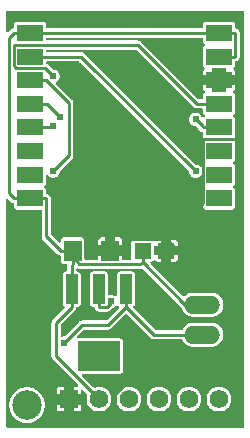
<source format=gbl>
G04 Layer: BottomLayer*
G04 EasyEDA v6.5.51, 2025-11-13 11:14:40*
G04 bf1f3799a3224107ae82f300eded96c1,09fcd8053ca944d09a55be336b12f992,10*
G04 Gerber Generator version 0.2*
G04 Scale: 100 percent, Rotated: No, Reflected: No *
G04 Dimensions in millimeters *
G04 leading zeros omitted , absolute positions ,4 integer and 5 decimal *
%FSLAX45Y45*%
%MOMM*%

%AMMACRO1*21,1,$1,$2,0,0,$3*%
%ADD10C,0.2540*%
%ADD11MACRO1,1.35X1.41X90.0000*%
%ADD12MACRO1,2.2X1.4X0.0000*%
%ADD13MACRO1,0.98X2.47X0.0000*%
%ADD14MACRO1,3.6X2.47X0.0000*%
%ADD15MACRO1,1.728X1.485X90.0000*%
%ADD16C,2.5000*%
%ADD17C,1.5748*%
%ADD18R,1.5748X1.5748*%
%ADD19R,0.0112X1.5748*%
%ADD20O,3.048X1.524*%
%ADD21C,0.6100*%

%LPD*%
G36*
X1784045Y-1352397D02*
G01*
X1780387Y-1351534D01*
X1777238Y-1349400D01*
X1769516Y-1341577D01*
X1761489Y-1335989D01*
X1752600Y-1331823D01*
X1743100Y-1329283D01*
X1735023Y-1328572D01*
X1731619Y-1327658D01*
X1728724Y-1325626D01*
X790702Y-387604D01*
X784504Y-382473D01*
X777798Y-378917D01*
X770585Y-376732D01*
X762558Y-375970D01*
X476351Y-375970D01*
X472490Y-375158D01*
X469188Y-372973D01*
X467004Y-369671D01*
X466191Y-365252D01*
X467004Y-361340D01*
X469188Y-358038D01*
X472490Y-355854D01*
X476351Y-355092D01*
X1226007Y-355092D01*
X1229868Y-355854D01*
X1233170Y-358038D01*
X1716481Y-841349D01*
X1722729Y-846480D01*
X1729384Y-850036D01*
X1736598Y-852220D01*
X1744624Y-853033D01*
X1784248Y-853033D01*
X1788109Y-853795D01*
X1791411Y-855980D01*
X1793595Y-859282D01*
X1794408Y-863193D01*
X1794408Y-883818D01*
X1795119Y-890168D01*
X1796999Y-895603D01*
X1800098Y-900531D01*
X1804162Y-904595D01*
X1806092Y-905814D01*
X1809038Y-908608D01*
X1810613Y-912368D01*
X1810613Y-916432D01*
X1809038Y-920191D01*
X1806092Y-922985D01*
X1804162Y-924204D01*
X1801875Y-926541D01*
X1798624Y-928674D01*
X1794865Y-929487D01*
X1791055Y-928827D01*
X1787753Y-926744D01*
X1785467Y-923645D01*
X1781810Y-915822D01*
X1776222Y-907796D01*
X1769262Y-900836D01*
X1761185Y-895197D01*
X1752295Y-891032D01*
X1742795Y-888492D01*
X1733042Y-887628D01*
X1723237Y-888492D01*
X1713738Y-891032D01*
X1704848Y-895197D01*
X1696770Y-900836D01*
X1689811Y-907796D01*
X1684223Y-915822D01*
X1680057Y-924712D01*
X1677517Y-934212D01*
X1676654Y-944016D01*
X1677517Y-953820D01*
X1680057Y-963320D01*
X1684223Y-972210D01*
X1689811Y-980236D01*
X1696770Y-987196D01*
X1704848Y-992835D01*
X1713738Y-997000D01*
X1723237Y-999540D01*
X1731264Y-1000252D01*
X1734667Y-1001166D01*
X1737563Y-1003147D01*
X1751990Y-1017574D01*
X1753514Y-1019556D01*
X1754530Y-1021842D01*
X1756765Y-1029157D01*
X1760321Y-1035812D01*
X1765096Y-1041653D01*
X1770938Y-1046480D01*
X1777644Y-1050036D01*
X1788820Y-1053287D01*
X1791766Y-1055522D01*
X1793697Y-1058722D01*
X1794408Y-1062380D01*
X1794408Y-1083818D01*
X1795119Y-1090168D01*
X1796999Y-1095603D01*
X1800098Y-1100531D01*
X1804162Y-1104595D01*
X1806092Y-1105814D01*
X1809038Y-1108608D01*
X1810613Y-1112367D01*
X1810613Y-1116431D01*
X1809038Y-1120190D01*
X1806092Y-1122984D01*
X1804162Y-1124204D01*
X1800098Y-1128268D01*
X1796999Y-1133195D01*
X1795119Y-1138631D01*
X1794408Y-1144981D01*
X1794408Y-1283817D01*
X1795119Y-1290167D01*
X1796999Y-1295603D01*
X1800098Y-1300530D01*
X1804162Y-1304594D01*
X1806092Y-1305814D01*
X1809038Y-1308608D01*
X1810613Y-1312367D01*
X1810613Y-1316431D01*
X1809038Y-1320190D01*
X1806092Y-1322984D01*
X1804162Y-1324203D01*
X1800098Y-1328267D01*
X1796999Y-1333195D01*
X1795119Y-1338630D01*
X1794560Y-1343406D01*
X1793443Y-1347012D01*
X1791106Y-1349959D01*
X1787804Y-1351838D01*
G37*

%LPD*%
G36*
X137668Y-3555492D02*
G01*
X133756Y-3554729D01*
X130505Y-3552494D01*
X128270Y-3549243D01*
X127508Y-3545332D01*
X127508Y-1628648D01*
X128270Y-1624787D01*
X130505Y-1621485D01*
X133756Y-1619250D01*
X137668Y-1618488D01*
X141579Y-1619250D01*
X144830Y-1621485D01*
X164744Y-1641348D01*
X170942Y-1646478D01*
X177647Y-1650034D01*
X188823Y-1653286D01*
X191770Y-1655521D01*
X193700Y-1658721D01*
X194411Y-1662379D01*
X194411Y-1683816D01*
X195122Y-1690166D01*
X197002Y-1695602D01*
X200101Y-1700530D01*
X204165Y-1704593D01*
X209092Y-1707692D01*
X214528Y-1709572D01*
X220878Y-1710283D01*
X419455Y-1710283D01*
X423316Y-1711096D01*
X426618Y-1713280D01*
X428802Y-1716582D01*
X429615Y-1720443D01*
X429615Y-1935632D01*
X430377Y-1943658D01*
X432562Y-1950872D01*
X436118Y-1957527D01*
X441248Y-1963775D01*
X561848Y-2084324D01*
X568045Y-2089454D01*
X574751Y-2093010D01*
X585876Y-2096312D01*
X588873Y-2098548D01*
X590804Y-2101697D01*
X591515Y-2105355D01*
X591515Y-2143252D01*
X592226Y-2149551D01*
X594106Y-2155037D01*
X597204Y-2159914D01*
X601268Y-2164029D01*
X606196Y-2167077D01*
X611632Y-2169007D01*
X617982Y-2169718D01*
X635660Y-2169718D01*
X639521Y-2170480D01*
X642823Y-2172665D01*
X645007Y-2175967D01*
X645820Y-2179878D01*
X645820Y-2223922D01*
X645109Y-2227580D01*
X643178Y-2230729D01*
X640283Y-2232964D01*
X636727Y-2234031D01*
X629615Y-2234793D01*
X624179Y-2236724D01*
X619302Y-2239772D01*
X615188Y-2243886D01*
X612140Y-2248763D01*
X610209Y-2254250D01*
X609498Y-2260549D01*
X609498Y-2506421D01*
X610209Y-2512771D01*
X612140Y-2518206D01*
X615188Y-2523134D01*
X622350Y-2529890D01*
X624027Y-2533142D01*
X624433Y-2536748D01*
X623519Y-2540254D01*
X621487Y-2543251D01*
X524154Y-2640584D01*
X519023Y-2646781D01*
X515467Y-2653487D01*
X513283Y-2660700D01*
X512521Y-2668727D01*
X512521Y-2950921D01*
X513283Y-2958947D01*
X515467Y-2966161D01*
X519023Y-2972816D01*
X524154Y-2979064D01*
X737819Y-3192729D01*
X740003Y-3195980D01*
X740765Y-3199892D01*
X740003Y-3203803D01*
X737819Y-3207054D01*
X734517Y-3209290D01*
X730605Y-3210052D01*
X706120Y-3210052D01*
X706120Y-3268979D01*
X765048Y-3268979D01*
X765048Y-3244494D01*
X765810Y-3240582D01*
X768045Y-3237280D01*
X771296Y-3235096D01*
X775208Y-3234334D01*
X779119Y-3235096D01*
X782370Y-3237280D01*
X813765Y-3268675D01*
X815898Y-3271774D01*
X816762Y-3275431D01*
X816203Y-3279140D01*
X813358Y-3287623D01*
X810666Y-3301034D01*
X809752Y-3314700D01*
X810666Y-3328365D01*
X813358Y-3341776D01*
X817727Y-3354730D01*
X823772Y-3367024D01*
X831392Y-3378403D01*
X840435Y-3388664D01*
X850696Y-3397707D01*
X862076Y-3405327D01*
X874369Y-3411372D01*
X887323Y-3415741D01*
X900734Y-3418433D01*
X914400Y-3419348D01*
X928065Y-3418433D01*
X941476Y-3415741D01*
X954430Y-3411372D01*
X966724Y-3405327D01*
X978103Y-3397707D01*
X988364Y-3388664D01*
X997407Y-3378403D01*
X1005027Y-3367024D01*
X1011072Y-3354730D01*
X1015441Y-3341776D01*
X1018133Y-3328365D01*
X1019048Y-3314700D01*
X1018133Y-3301034D01*
X1015441Y-3287623D01*
X1011072Y-3274669D01*
X1005027Y-3262376D01*
X997407Y-3250996D01*
X988364Y-3240735D01*
X978103Y-3231692D01*
X966724Y-3224072D01*
X954430Y-3218027D01*
X941476Y-3213658D01*
X928065Y-3210966D01*
X914400Y-3210052D01*
X900734Y-3210966D01*
X887323Y-3213658D01*
X878840Y-3216503D01*
X875131Y-3217062D01*
X871474Y-3216198D01*
X868375Y-3214065D01*
X771550Y-3117240D01*
X769366Y-3113938D01*
X768553Y-3110077D01*
X769366Y-3106166D01*
X771550Y-3102864D01*
X774852Y-3100679D01*
X778713Y-3099917D01*
X1093825Y-3099917D01*
X1100175Y-3099206D01*
X1105611Y-3097276D01*
X1110488Y-3094228D01*
X1114602Y-3090113D01*
X1117701Y-3085236D01*
X1119581Y-3079750D01*
X1120292Y-3073450D01*
X1120292Y-2827578D01*
X1119581Y-2821228D01*
X1117701Y-2815793D01*
X1114602Y-2810865D01*
X1110488Y-2806801D01*
X1105611Y-2803702D01*
X1100175Y-2801823D01*
X1093825Y-2801112D01*
X735685Y-2801112D01*
X731774Y-2800299D01*
X728472Y-2798114D01*
X726287Y-2794812D01*
X725525Y-2790952D01*
X726287Y-2787040D01*
X728472Y-2783738D01*
X783336Y-2728874D01*
X786638Y-2726690D01*
X790549Y-2725928D01*
X991514Y-2725928D01*
X999540Y-2725115D01*
X1006754Y-2722930D01*
X1013460Y-2719374D01*
X1019657Y-2714244D01*
X1137208Y-2596692D01*
X1140510Y-2594508D01*
X1144422Y-2593746D01*
X1148283Y-2594508D01*
X1151585Y-2596692D01*
X1350416Y-2795524D01*
X1356664Y-2800654D01*
X1363319Y-2804210D01*
X1370533Y-2806395D01*
X1378559Y-2807208D01*
X1613662Y-2807208D01*
X1617319Y-2807919D01*
X1620520Y-2809900D01*
X1622755Y-2812897D01*
X1626107Y-2819654D01*
X1633524Y-2830728D01*
X1642313Y-2840786D01*
X1652371Y-2849575D01*
X1663446Y-2856992D01*
X1675434Y-2862935D01*
X1688084Y-2867202D01*
X1701190Y-2869793D01*
X1714855Y-2870708D01*
X1866544Y-2870708D01*
X1880209Y-2869793D01*
X1893316Y-2867202D01*
X1905965Y-2862935D01*
X1917954Y-2856992D01*
X1929028Y-2849575D01*
X1939086Y-2840786D01*
X1947875Y-2830728D01*
X1955292Y-2819654D01*
X1961235Y-2807665D01*
X1965502Y-2795016D01*
X1968093Y-2781909D01*
X1969007Y-2768600D01*
X1968093Y-2755290D01*
X1965502Y-2742184D01*
X1961235Y-2729534D01*
X1955292Y-2717546D01*
X1947875Y-2706471D01*
X1939086Y-2696413D01*
X1929028Y-2687624D01*
X1917954Y-2680208D01*
X1905965Y-2674264D01*
X1893316Y-2669997D01*
X1880209Y-2667406D01*
X1866544Y-2666492D01*
X1714855Y-2666492D01*
X1701190Y-2667406D01*
X1688084Y-2669997D01*
X1675434Y-2674264D01*
X1663446Y-2680208D01*
X1652371Y-2687624D01*
X1642313Y-2696413D01*
X1633524Y-2706471D01*
X1626107Y-2717546D01*
X1622755Y-2724302D01*
X1620520Y-2727299D01*
X1617319Y-2729280D01*
X1613662Y-2729992D01*
X1398270Y-2729992D01*
X1394409Y-2729230D01*
X1391107Y-2726994D01*
X1207312Y-2543251D01*
X1205280Y-2540254D01*
X1204366Y-2536748D01*
X1204772Y-2533142D01*
X1206449Y-2529890D01*
X1209497Y-2527198D01*
X1213612Y-2523134D01*
X1216660Y-2518206D01*
X1218590Y-2512771D01*
X1219301Y-2506421D01*
X1219301Y-2260549D01*
X1218590Y-2254250D01*
X1216660Y-2248763D01*
X1213612Y-2243886D01*
X1209497Y-2239772D01*
X1204620Y-2236724D01*
X1199134Y-2234793D01*
X1192834Y-2234082D01*
X1095959Y-2234082D01*
X1089660Y-2234793D01*
X1084173Y-2236724D01*
X1079296Y-2239772D01*
X1075182Y-2243886D01*
X1072134Y-2248763D01*
X1070203Y-2254250D01*
X1069492Y-2260549D01*
X1069492Y-2434844D01*
X1068527Y-2439162D01*
X1065885Y-2442667D01*
X1061974Y-2444699D01*
X1057554Y-2444851D01*
X1053490Y-2443175D01*
X1045311Y-2437485D01*
X1036421Y-2433320D01*
X1026921Y-2430780D01*
X1017168Y-2429916D01*
X1007364Y-2430780D01*
X1002080Y-2432151D01*
X998423Y-2432456D01*
X994867Y-2431389D01*
X991920Y-2429154D01*
X989990Y-2426004D01*
X989330Y-2422347D01*
X989330Y-2260549D01*
X988618Y-2254250D01*
X986688Y-2248763D01*
X983589Y-2243886D01*
X979525Y-2239772D01*
X974598Y-2236724D01*
X969162Y-2234793D01*
X962812Y-2234082D01*
X865987Y-2234082D01*
X859637Y-2234793D01*
X854202Y-2236724D01*
X849274Y-2239772D01*
X845210Y-2243886D01*
X842111Y-2248763D01*
X840181Y-2254250D01*
X839469Y-2260549D01*
X839469Y-2506421D01*
X840181Y-2512771D01*
X842111Y-2518206D01*
X845210Y-2523134D01*
X849274Y-2527198D01*
X854202Y-2530297D01*
X859586Y-2532176D01*
X867460Y-2532938D01*
X870762Y-2533904D01*
X873607Y-2535885D01*
X875639Y-2538730D01*
X878789Y-2549652D01*
X882345Y-2556357D01*
X887120Y-2562199D01*
X892962Y-2566974D01*
X899668Y-2570530D01*
X906881Y-2572715D01*
X914908Y-2573528D01*
X983437Y-2573528D01*
X991463Y-2572715D01*
X998677Y-2570530D01*
X1005332Y-2566974D01*
X1011580Y-2561844D01*
X1031443Y-2541981D01*
X1033576Y-2540355D01*
X1036421Y-2539238D01*
X1045311Y-2535072D01*
X1053388Y-2529484D01*
X1060297Y-2522575D01*
X1063548Y-2520340D01*
X1067460Y-2519578D01*
X1071372Y-2520340D01*
X1074623Y-2522575D01*
X1082344Y-2529890D01*
X1084021Y-2533142D01*
X1084427Y-2536748D01*
X1083513Y-2540254D01*
X1081481Y-2543251D01*
X979017Y-2645714D01*
X975715Y-2647899D01*
X971803Y-2648712D01*
X770839Y-2648712D01*
X762812Y-2649474D01*
X755599Y-2651658D01*
X748893Y-2655214D01*
X742696Y-2660345D01*
X624230Y-2778810D01*
X621334Y-2780842D01*
X617931Y-2781757D01*
X609854Y-2782468D01*
X602488Y-2784449D01*
X598830Y-2784703D01*
X595274Y-2783687D01*
X592328Y-2781401D01*
X590397Y-2778252D01*
X589737Y-2774594D01*
X589737Y-2688437D01*
X590499Y-2684526D01*
X592683Y-2681224D01*
X711352Y-2562555D01*
X716483Y-2556357D01*
X720039Y-2549652D01*
X723188Y-2538730D01*
X725170Y-2535885D01*
X728014Y-2533904D01*
X731367Y-2532938D01*
X739190Y-2532176D01*
X744626Y-2530297D01*
X749503Y-2527198D01*
X753618Y-2523134D01*
X756666Y-2518206D01*
X758596Y-2512771D01*
X759307Y-2506421D01*
X759307Y-2260549D01*
X758596Y-2254250D01*
X756666Y-2248763D01*
X753618Y-2243886D01*
X749503Y-2239772D01*
X744626Y-2236724D01*
X739190Y-2234793D01*
X732078Y-2234031D01*
X728522Y-2232964D01*
X725627Y-2230729D01*
X723696Y-2227580D01*
X723036Y-2223922D01*
X723036Y-2217826D01*
X723696Y-2214118D01*
X725728Y-2210917D01*
X728726Y-2208682D01*
X732383Y-2207666D01*
X736142Y-2208072D01*
X741476Y-2209698D01*
X749503Y-2210511D01*
X1264716Y-2210511D01*
X1272743Y-2209698D01*
X1277569Y-2208276D01*
X1281176Y-2207818D01*
X1284681Y-2208733D01*
X1287678Y-2210816D01*
X1613204Y-2536291D01*
X1615643Y-2540254D01*
X1620164Y-2553665D01*
X1626107Y-2565654D01*
X1633524Y-2576728D01*
X1642313Y-2586786D01*
X1652371Y-2595575D01*
X1663446Y-2602992D01*
X1675434Y-2608935D01*
X1688084Y-2613202D01*
X1701190Y-2615793D01*
X1714855Y-2616708D01*
X1866544Y-2616708D01*
X1880209Y-2615793D01*
X1893316Y-2613202D01*
X1905965Y-2608935D01*
X1917954Y-2602992D01*
X1929028Y-2595575D01*
X1939086Y-2586786D01*
X1947875Y-2576728D01*
X1955292Y-2565654D01*
X1961235Y-2553665D01*
X1965502Y-2541016D01*
X1968093Y-2527909D01*
X1969007Y-2514600D01*
X1968093Y-2501290D01*
X1965502Y-2488184D01*
X1961235Y-2475534D01*
X1955292Y-2463546D01*
X1947875Y-2452471D01*
X1939086Y-2442413D01*
X1929028Y-2433624D01*
X1917954Y-2426208D01*
X1905965Y-2420264D01*
X1893316Y-2415997D01*
X1880209Y-2413406D01*
X1866544Y-2412492D01*
X1714855Y-2412492D01*
X1701190Y-2413406D01*
X1688084Y-2415997D01*
X1675434Y-2420264D01*
X1663446Y-2426208D01*
X1652371Y-2433624D01*
X1642110Y-2442565D01*
X1638858Y-2444496D01*
X1635099Y-2445105D01*
X1631391Y-2444292D01*
X1628241Y-2442159D01*
X1353566Y-2167483D01*
X1351432Y-2164384D01*
X1350619Y-2160676D01*
X1351178Y-2156917D01*
X1353058Y-2153666D01*
X1356004Y-2151329D01*
X1360525Y-2150110D01*
X1366012Y-2148179D01*
X1370888Y-2145080D01*
X1375003Y-2141016D01*
X1378508Y-2136952D01*
X1382268Y-2135378D01*
X1386332Y-2135378D01*
X1390091Y-2136952D01*
X1393596Y-2141016D01*
X1397711Y-2145080D01*
X1402588Y-2148179D01*
X1408074Y-2150110D01*
X1414373Y-2150821D01*
X1442720Y-2150821D01*
X1442720Y-2097481D01*
X1390853Y-2097481D01*
X1386992Y-2096719D01*
X1383690Y-2094534D01*
X1381455Y-2091232D01*
X1380693Y-2087321D01*
X1380693Y-2027478D01*
X1381455Y-2023567D01*
X1383690Y-2020265D01*
X1386992Y-2018080D01*
X1390853Y-2017318D01*
X1442720Y-2017318D01*
X1442720Y-1963978D01*
X1414373Y-1963978D01*
X1408074Y-1964689D01*
X1402588Y-1966620D01*
X1397711Y-1969719D01*
X1393596Y-1973783D01*
X1390091Y-1977847D01*
X1386332Y-1979422D01*
X1382268Y-1979422D01*
X1378508Y-1977847D01*
X1375003Y-1973783D01*
X1370888Y-1969719D01*
X1366012Y-1966620D01*
X1360525Y-1964689D01*
X1354226Y-1963978D01*
X1214374Y-1963978D01*
X1208024Y-1964689D01*
X1202588Y-1966620D01*
X1197660Y-1969719D01*
X1193596Y-1973783D01*
X1190498Y-1978710D01*
X1188618Y-1984146D01*
X1187907Y-1990445D01*
X1187907Y-2123135D01*
X1187094Y-2127046D01*
X1184910Y-2130298D01*
X1181608Y-2132533D01*
X1177747Y-2133295D01*
X1120444Y-2133295D01*
X1116584Y-2132533D01*
X1113282Y-2130298D01*
X1111097Y-2127046D01*
X1110284Y-2123135D01*
X1110284Y-2106930D01*
X1053642Y-2106930D01*
X1053642Y-2123135D01*
X1052830Y-2127046D01*
X1050645Y-2130298D01*
X1047343Y-2132533D01*
X1043482Y-2133295D01*
X976833Y-2133295D01*
X972972Y-2132533D01*
X969670Y-2130298D01*
X967435Y-2127046D01*
X966673Y-2123135D01*
X966673Y-2106930D01*
X909980Y-2106930D01*
X909980Y-2123135D01*
X909218Y-2127046D01*
X907034Y-2130298D01*
X903732Y-2132533D01*
X899820Y-2133295D01*
X801979Y-2133295D01*
X798068Y-2132533D01*
X794766Y-2130298D01*
X792581Y-2127046D01*
X791819Y-2123135D01*
X791819Y-1971548D01*
X791108Y-1965248D01*
X789178Y-1959762D01*
X786130Y-1954885D01*
X782015Y-1950770D01*
X777138Y-1947722D01*
X771652Y-1945792D01*
X765352Y-1945081D01*
X617982Y-1945081D01*
X611632Y-1945792D01*
X606196Y-1947722D01*
X601268Y-1950770D01*
X597204Y-1954885D01*
X594106Y-1959762D01*
X592226Y-1965248D01*
X591515Y-1971548D01*
X591515Y-1980285D01*
X590702Y-1984146D01*
X588518Y-1987448D01*
X585216Y-1989683D01*
X581355Y-1990445D01*
X577443Y-1989683D01*
X574141Y-1987448D01*
X509778Y-1923084D01*
X507593Y-1919782D01*
X506831Y-1915922D01*
X506831Y-1614881D01*
X506018Y-1606854D01*
X503834Y-1599641D01*
X500278Y-1592986D01*
X495452Y-1587144D01*
X489610Y-1582318D01*
X482955Y-1578762D01*
X471779Y-1575511D01*
X468833Y-1573276D01*
X466902Y-1570075D01*
X466191Y-1566418D01*
X466191Y-1544980D01*
X465480Y-1538630D01*
X463600Y-1533194D01*
X460501Y-1528267D01*
X456438Y-1524203D01*
X454507Y-1522984D01*
X451561Y-1520190D01*
X449986Y-1516430D01*
X449986Y-1512366D01*
X451561Y-1508607D01*
X454507Y-1505813D01*
X456438Y-1504594D01*
X460501Y-1500530D01*
X463600Y-1495602D01*
X465480Y-1490167D01*
X466191Y-1483817D01*
X466191Y-1427022D01*
X467004Y-1423111D01*
X469188Y-1419809D01*
X472490Y-1417624D01*
X476402Y-1416862D01*
X480314Y-1417675D01*
X483616Y-1419910D01*
X491388Y-1427734D01*
X499414Y-1433372D01*
X508304Y-1437538D01*
X517804Y-1440078D01*
X527608Y-1440942D01*
X537362Y-1440078D01*
X546862Y-1437538D01*
X555752Y-1433372D01*
X563829Y-1427734D01*
X570788Y-1420774D01*
X576376Y-1412748D01*
X580542Y-1403858D01*
X583082Y-1394358D01*
X583793Y-1386281D01*
X584708Y-1382877D01*
X586740Y-1379982D01*
X687222Y-1279499D01*
X692353Y-1273302D01*
X695909Y-1266596D01*
X698093Y-1259382D01*
X698906Y-1251356D01*
X698906Y-806958D01*
X698093Y-798931D01*
X695909Y-791718D01*
X692353Y-785063D01*
X687222Y-778814D01*
X553008Y-644601D01*
X550824Y-641400D01*
X550062Y-637590D01*
X550722Y-633780D01*
X552754Y-630478D01*
X563981Y-622604D01*
X570941Y-615645D01*
X576529Y-607568D01*
X580694Y-598678D01*
X583234Y-589178D01*
X584098Y-579424D01*
X583234Y-569620D01*
X580694Y-560120D01*
X576529Y-551230D01*
X570941Y-543153D01*
X563981Y-536194D01*
X555904Y-530606D01*
X547014Y-526440D01*
X537514Y-523900D01*
X529488Y-523189D01*
X526084Y-522274D01*
X523189Y-520242D01*
X488645Y-485698D01*
X482396Y-480568D01*
X475742Y-477012D01*
X473405Y-476300D01*
X469646Y-474218D01*
X467106Y-470814D01*
X466191Y-466598D01*
X466191Y-463346D01*
X467004Y-459435D01*
X469188Y-456133D01*
X472490Y-453948D01*
X476351Y-453186D01*
X742848Y-453186D01*
X746760Y-453948D01*
X750062Y-456133D01*
X1674164Y-1380236D01*
X1676146Y-1383131D01*
X1677060Y-1386535D01*
X1677771Y-1394561D01*
X1680311Y-1404061D01*
X1684477Y-1412951D01*
X1690116Y-1421028D01*
X1697075Y-1427988D01*
X1705102Y-1433576D01*
X1713992Y-1437741D01*
X1723491Y-1440281D01*
X1733296Y-1441145D01*
X1743100Y-1440281D01*
X1752600Y-1437741D01*
X1761489Y-1433576D01*
X1769516Y-1427988D01*
X1777034Y-1420469D01*
X1780336Y-1418234D01*
X1784248Y-1417472D01*
X1788109Y-1418234D01*
X1791411Y-1420469D01*
X1793595Y-1423720D01*
X1794408Y-1427632D01*
X1794408Y-1483817D01*
X1795119Y-1490167D01*
X1796999Y-1495602D01*
X1800098Y-1500530D01*
X1804162Y-1504594D01*
X1806092Y-1505813D01*
X1809038Y-1508607D01*
X1810613Y-1512366D01*
X1810613Y-1516430D01*
X1809038Y-1520190D01*
X1806092Y-1522984D01*
X1804162Y-1524203D01*
X1800098Y-1528267D01*
X1796999Y-1533194D01*
X1795119Y-1538630D01*
X1794408Y-1544980D01*
X1794408Y-1683816D01*
X1795119Y-1690166D01*
X1796999Y-1695602D01*
X1800098Y-1700530D01*
X1804162Y-1704593D01*
X1809089Y-1707692D01*
X1814525Y-1709572D01*
X1820875Y-1710283D01*
X2039721Y-1710283D01*
X2046071Y-1709572D01*
X2051507Y-1707692D01*
X2056434Y-1704593D01*
X2060498Y-1700530D01*
X2063597Y-1695602D01*
X2065477Y-1690166D01*
X2066188Y-1683816D01*
X2066188Y-1544980D01*
X2065477Y-1538630D01*
X2063597Y-1533194D01*
X2060498Y-1528267D01*
X2056434Y-1524203D01*
X2054504Y-1522984D01*
X2051557Y-1520190D01*
X2049983Y-1516430D01*
X2049983Y-1512366D01*
X2051557Y-1508607D01*
X2054504Y-1505813D01*
X2056434Y-1504594D01*
X2060498Y-1500530D01*
X2063597Y-1495602D01*
X2065477Y-1490167D01*
X2066188Y-1483817D01*
X2066188Y-1344980D01*
X2065477Y-1338630D01*
X2063597Y-1333195D01*
X2060498Y-1328267D01*
X2056434Y-1324203D01*
X2054504Y-1322984D01*
X2051557Y-1320190D01*
X2049983Y-1316431D01*
X2049983Y-1312367D01*
X2051557Y-1308608D01*
X2054504Y-1305814D01*
X2056434Y-1304594D01*
X2060498Y-1300530D01*
X2063597Y-1295603D01*
X2065477Y-1290167D01*
X2066188Y-1283817D01*
X2066188Y-1144981D01*
X2065477Y-1138631D01*
X2063597Y-1133195D01*
X2060498Y-1128268D01*
X2056434Y-1124204D01*
X2054504Y-1122984D01*
X2051557Y-1120190D01*
X2049983Y-1116431D01*
X2049983Y-1112367D01*
X2051557Y-1108608D01*
X2054504Y-1105814D01*
X2056434Y-1104595D01*
X2060498Y-1100531D01*
X2063597Y-1095603D01*
X2065477Y-1090168D01*
X2066188Y-1083818D01*
X2066188Y-944981D01*
X2065477Y-938631D01*
X2063597Y-933196D01*
X2060498Y-928268D01*
X2056434Y-924204D01*
X2054504Y-922985D01*
X2051557Y-920191D01*
X2049983Y-916432D01*
X2049983Y-912368D01*
X2051557Y-908608D01*
X2054504Y-905814D01*
X2056434Y-904595D01*
X2060498Y-900531D01*
X2063597Y-895603D01*
X2065477Y-890168D01*
X2066188Y-883818D01*
X2066188Y-744982D01*
X2065477Y-738632D01*
X2063597Y-733196D01*
X2060498Y-728268D01*
X2056434Y-724204D01*
X2054504Y-722985D01*
X2051557Y-720191D01*
X2049983Y-716432D01*
X2049983Y-712368D01*
X2051557Y-708609D01*
X2054504Y-705815D01*
X2056434Y-704596D01*
X2060498Y-700532D01*
X2063597Y-695604D01*
X2065477Y-690168D01*
X2066188Y-683818D01*
X2066188Y-655726D01*
X1991664Y-655726D01*
X1991664Y-708355D01*
X1990852Y-712216D01*
X1988667Y-715518D01*
X1985365Y-717702D01*
X1981504Y-718515D01*
X1879092Y-718515D01*
X1875231Y-717702D01*
X1871929Y-715518D01*
X1869744Y-712216D01*
X1868932Y-708355D01*
X1868932Y-655726D01*
X1794408Y-655726D01*
X1794408Y-683818D01*
X1795119Y-690168D01*
X1796999Y-695604D01*
X1800098Y-700532D01*
X1804162Y-704596D01*
X1806092Y-705815D01*
X1809038Y-708609D01*
X1810613Y-712368D01*
X1810613Y-716432D01*
X1809038Y-720191D01*
X1806092Y-722985D01*
X1804162Y-724204D01*
X1800098Y-728268D01*
X1796999Y-733196D01*
X1795119Y-738632D01*
X1794408Y-744982D01*
X1794408Y-765657D01*
X1793595Y-769518D01*
X1791411Y-772820D01*
X1788109Y-775004D01*
X1784248Y-775817D01*
X1764334Y-775817D01*
X1760474Y-775004D01*
X1757172Y-772820D01*
X1273860Y-289509D01*
X1267612Y-284378D01*
X1260957Y-280822D01*
X1253744Y-278638D01*
X1245717Y-277876D01*
X476351Y-277876D01*
X472490Y-277063D01*
X469188Y-274878D01*
X467004Y-271576D01*
X466191Y-267716D01*
X466191Y-263194D01*
X467004Y-259283D01*
X469188Y-255981D01*
X472490Y-253796D01*
X476351Y-253034D01*
X1784248Y-253034D01*
X1788109Y-253796D01*
X1791411Y-255981D01*
X1793595Y-259283D01*
X1794408Y-263194D01*
X1794408Y-283819D01*
X1795119Y-290169D01*
X1796999Y-295605D01*
X1800098Y-300532D01*
X1804162Y-304596D01*
X1806092Y-305816D01*
X1809038Y-308610D01*
X1810613Y-312369D01*
X1810613Y-316433D01*
X1809038Y-320192D01*
X1806092Y-322986D01*
X1804162Y-324205D01*
X1800098Y-328269D01*
X1796999Y-333197D01*
X1795119Y-338632D01*
X1794408Y-344982D01*
X1794408Y-483819D01*
X1795119Y-490169D01*
X1796999Y-495604D01*
X1800098Y-500532D01*
X1804162Y-504596D01*
X1806092Y-505815D01*
X1809038Y-508609D01*
X1810613Y-512368D01*
X1810613Y-516432D01*
X1809038Y-520192D01*
X1806092Y-522985D01*
X1804162Y-524205D01*
X1800098Y-528269D01*
X1796999Y-533196D01*
X1795119Y-538632D01*
X1794408Y-544982D01*
X1794408Y-573074D01*
X1868932Y-573074D01*
X1868932Y-520446D01*
X1869744Y-516585D01*
X1871929Y-513283D01*
X1875231Y-511098D01*
X1879092Y-510285D01*
X1981504Y-510285D01*
X1985365Y-511098D01*
X1988667Y-513283D01*
X1990852Y-516585D01*
X1991664Y-520446D01*
X1991664Y-573074D01*
X2066188Y-573074D01*
X2066188Y-544982D01*
X2065477Y-538632D01*
X2063597Y-533196D01*
X2060498Y-528269D01*
X2056434Y-524205D01*
X2054504Y-522985D01*
X2051557Y-520192D01*
X2049983Y-516432D01*
X2049983Y-512368D01*
X2051557Y-508609D01*
X2054504Y-505815D01*
X2056434Y-504596D01*
X2060498Y-500532D01*
X2063597Y-495604D01*
X2065477Y-490169D01*
X2066188Y-483819D01*
X2066188Y-462381D01*
X2066899Y-458724D01*
X2068830Y-455523D01*
X2071776Y-453288D01*
X2082952Y-450037D01*
X2089607Y-446481D01*
X2095449Y-441655D01*
X2100275Y-435813D01*
X2103831Y-429158D01*
X2106015Y-421944D01*
X2106777Y-413918D01*
X2106777Y-214884D01*
X2106015Y-206857D01*
X2103831Y-199644D01*
X2100275Y-192989D01*
X2095449Y-187147D01*
X2089607Y-182321D01*
X2082952Y-178765D01*
X2071776Y-175514D01*
X2068830Y-173278D01*
X2066899Y-170078D01*
X2066188Y-166420D01*
X2066188Y-144983D01*
X2065477Y-138633D01*
X2063597Y-133197D01*
X2060498Y-128270D01*
X2056434Y-124206D01*
X2051507Y-121107D01*
X2046071Y-119227D01*
X2039721Y-118516D01*
X1820875Y-118516D01*
X1814525Y-119227D01*
X1809089Y-121107D01*
X1804162Y-124206D01*
X1800098Y-128270D01*
X1796999Y-133197D01*
X1795119Y-138633D01*
X1794408Y-144983D01*
X1794408Y-165658D01*
X1793595Y-169519D01*
X1791411Y-172821D01*
X1788109Y-175006D01*
X1784248Y-175818D01*
X476351Y-175818D01*
X472490Y-175006D01*
X469188Y-172821D01*
X467004Y-169519D01*
X466191Y-165658D01*
X466191Y-144983D01*
X465480Y-138633D01*
X463600Y-133197D01*
X460501Y-128270D01*
X456438Y-124206D01*
X451510Y-121107D01*
X446074Y-119227D01*
X439724Y-118516D01*
X220878Y-118516D01*
X214528Y-119227D01*
X209092Y-121107D01*
X204165Y-124206D01*
X200101Y-128270D01*
X197002Y-133197D01*
X195122Y-138633D01*
X194411Y-144983D01*
X194411Y-166420D01*
X193700Y-170078D01*
X191770Y-173278D01*
X188823Y-175514D01*
X177647Y-178765D01*
X170942Y-182321D01*
X164744Y-187452D01*
X144830Y-207314D01*
X141579Y-209550D01*
X137668Y-210312D01*
X133756Y-209550D01*
X130505Y-207314D01*
X128270Y-204012D01*
X127508Y-200152D01*
X127508Y-36068D01*
X128270Y-32156D01*
X130505Y-28905D01*
X133756Y-26670D01*
X137668Y-25908D01*
X2135632Y-25908D01*
X2139543Y-26670D01*
X2142794Y-28905D01*
X2145030Y-32156D01*
X2145792Y-36068D01*
X2145792Y-3545332D01*
X2145030Y-3549243D01*
X2142794Y-3552494D01*
X2139543Y-3554729D01*
X2135632Y-3555492D01*
G37*

%LPC*%
G36*
X304800Y-3516376D02*
G01*
X321716Y-3515461D01*
X338378Y-3512616D01*
X354634Y-3507943D01*
X370281Y-3501440D01*
X385064Y-3493262D01*
X398881Y-3483457D01*
X411480Y-3472179D01*
X422757Y-3459581D01*
X432562Y-3445764D01*
X440740Y-3430981D01*
X447243Y-3415334D01*
X451916Y-3399078D01*
X454761Y-3382416D01*
X455676Y-3365500D01*
X454761Y-3348583D01*
X451916Y-3331921D01*
X447243Y-3315665D01*
X440740Y-3300018D01*
X432562Y-3285236D01*
X422757Y-3271418D01*
X411480Y-3258820D01*
X398881Y-3247542D01*
X385064Y-3237738D01*
X370281Y-3229559D01*
X354634Y-3223056D01*
X338378Y-3218383D01*
X321716Y-3215538D01*
X304800Y-3214624D01*
X287883Y-3215538D01*
X271221Y-3218383D01*
X254965Y-3223056D01*
X239318Y-3229559D01*
X224536Y-3237738D01*
X210718Y-3247542D01*
X198120Y-3258820D01*
X186842Y-3271418D01*
X177038Y-3285236D01*
X168859Y-3300018D01*
X162356Y-3315665D01*
X157683Y-3331921D01*
X154838Y-3348583D01*
X153924Y-3365500D01*
X154838Y-3382416D01*
X157683Y-3399078D01*
X162356Y-3415334D01*
X168859Y-3430981D01*
X177038Y-3445764D01*
X186842Y-3459581D01*
X198120Y-3472179D01*
X210718Y-3483457D01*
X224536Y-3493262D01*
X239318Y-3501440D01*
X254965Y-3507943D01*
X271221Y-3512616D01*
X287883Y-3515461D01*
G37*
G36*
X582218Y-3419348D02*
G01*
X614680Y-3419348D01*
X614680Y-3360420D01*
X555752Y-3360420D01*
X555752Y-3392881D01*
X556463Y-3399180D01*
X558393Y-3404666D01*
X561441Y-3409543D01*
X565556Y-3413658D01*
X570433Y-3416706D01*
X575919Y-3418636D01*
G37*
G36*
X706120Y-3419348D02*
G01*
X738581Y-3419348D01*
X744880Y-3418636D01*
X750366Y-3416706D01*
X755243Y-3413658D01*
X759358Y-3409543D01*
X762406Y-3404666D01*
X764336Y-3399180D01*
X765048Y-3392881D01*
X765048Y-3360420D01*
X706120Y-3360420D01*
G37*
G36*
X1422400Y-3419348D02*
G01*
X1436065Y-3418433D01*
X1449476Y-3415741D01*
X1462430Y-3411372D01*
X1474724Y-3405327D01*
X1486103Y-3397707D01*
X1496364Y-3388664D01*
X1505407Y-3378403D01*
X1513027Y-3367024D01*
X1519072Y-3354730D01*
X1523441Y-3341776D01*
X1526133Y-3328365D01*
X1527048Y-3314700D01*
X1526133Y-3301034D01*
X1523441Y-3287623D01*
X1519072Y-3274669D01*
X1513027Y-3262376D01*
X1505407Y-3250996D01*
X1496364Y-3240735D01*
X1486103Y-3231692D01*
X1474724Y-3224072D01*
X1462430Y-3218027D01*
X1449476Y-3213658D01*
X1436065Y-3210966D01*
X1422400Y-3210052D01*
X1408734Y-3210966D01*
X1395323Y-3213658D01*
X1382369Y-3218027D01*
X1370076Y-3224072D01*
X1358696Y-3231692D01*
X1348435Y-3240735D01*
X1339392Y-3250996D01*
X1331772Y-3262376D01*
X1325727Y-3274669D01*
X1321358Y-3287623D01*
X1318666Y-3301034D01*
X1317752Y-3314700D01*
X1318666Y-3328365D01*
X1321358Y-3341776D01*
X1325727Y-3354730D01*
X1331772Y-3367024D01*
X1339392Y-3378403D01*
X1348435Y-3388664D01*
X1358696Y-3397707D01*
X1370076Y-3405327D01*
X1382369Y-3411372D01*
X1395323Y-3415741D01*
X1408734Y-3418433D01*
G37*
G36*
X1676400Y-3419348D02*
G01*
X1690065Y-3418433D01*
X1703476Y-3415741D01*
X1716430Y-3411372D01*
X1728724Y-3405327D01*
X1740103Y-3397707D01*
X1750364Y-3388664D01*
X1759407Y-3378403D01*
X1767027Y-3367024D01*
X1773072Y-3354730D01*
X1777441Y-3341776D01*
X1780133Y-3328365D01*
X1781048Y-3314700D01*
X1780133Y-3301034D01*
X1777441Y-3287623D01*
X1773072Y-3274669D01*
X1767027Y-3262376D01*
X1759407Y-3250996D01*
X1750364Y-3240735D01*
X1740103Y-3231692D01*
X1728724Y-3224072D01*
X1716430Y-3218027D01*
X1703476Y-3213658D01*
X1690065Y-3210966D01*
X1676400Y-3210052D01*
X1662734Y-3210966D01*
X1649323Y-3213658D01*
X1636369Y-3218027D01*
X1624076Y-3224072D01*
X1612696Y-3231692D01*
X1602435Y-3240735D01*
X1593392Y-3250996D01*
X1585772Y-3262376D01*
X1579727Y-3274669D01*
X1575358Y-3287623D01*
X1572666Y-3301034D01*
X1571752Y-3314700D01*
X1572666Y-3328365D01*
X1575358Y-3341776D01*
X1579727Y-3354730D01*
X1585772Y-3367024D01*
X1593392Y-3378403D01*
X1602435Y-3388664D01*
X1612696Y-3397707D01*
X1624076Y-3405327D01*
X1636369Y-3411372D01*
X1649323Y-3415741D01*
X1662734Y-3418433D01*
G37*
G36*
X1168400Y-3419348D02*
G01*
X1182065Y-3418433D01*
X1195476Y-3415741D01*
X1208430Y-3411372D01*
X1220724Y-3405327D01*
X1232103Y-3397707D01*
X1242364Y-3388664D01*
X1251407Y-3378403D01*
X1259027Y-3367024D01*
X1265072Y-3354730D01*
X1269441Y-3341776D01*
X1272133Y-3328365D01*
X1273048Y-3314700D01*
X1272133Y-3301034D01*
X1269441Y-3287623D01*
X1265072Y-3274669D01*
X1259027Y-3262376D01*
X1251407Y-3250996D01*
X1242364Y-3240735D01*
X1232103Y-3231692D01*
X1220724Y-3224072D01*
X1208430Y-3218027D01*
X1195476Y-3213658D01*
X1182065Y-3210966D01*
X1168400Y-3210052D01*
X1154734Y-3210966D01*
X1141323Y-3213658D01*
X1128369Y-3218027D01*
X1116076Y-3224072D01*
X1104696Y-3231692D01*
X1094435Y-3240735D01*
X1085392Y-3250996D01*
X1077772Y-3262376D01*
X1071727Y-3274669D01*
X1067358Y-3287623D01*
X1064666Y-3301034D01*
X1063752Y-3314700D01*
X1064666Y-3328365D01*
X1067358Y-3341776D01*
X1071727Y-3354730D01*
X1077772Y-3367024D01*
X1085392Y-3378403D01*
X1094435Y-3388664D01*
X1104696Y-3397707D01*
X1116076Y-3405327D01*
X1128369Y-3411372D01*
X1141323Y-3415741D01*
X1154734Y-3418433D01*
G37*
G36*
X1930400Y-3419348D02*
G01*
X1944065Y-3418433D01*
X1957476Y-3415741D01*
X1970430Y-3411372D01*
X1982724Y-3405327D01*
X1994103Y-3397707D01*
X2004364Y-3388664D01*
X2013407Y-3378403D01*
X2021027Y-3367024D01*
X2027072Y-3354730D01*
X2031441Y-3341776D01*
X2034133Y-3328365D01*
X2035048Y-3314700D01*
X2034133Y-3301034D01*
X2031441Y-3287623D01*
X2027072Y-3274669D01*
X2021027Y-3262376D01*
X2013407Y-3250996D01*
X2004364Y-3240735D01*
X1994103Y-3231692D01*
X1982724Y-3224072D01*
X1970430Y-3218027D01*
X1957476Y-3213658D01*
X1944065Y-3210966D01*
X1930400Y-3210052D01*
X1916734Y-3210966D01*
X1903323Y-3213658D01*
X1890369Y-3218027D01*
X1878075Y-3224072D01*
X1866696Y-3231692D01*
X1856435Y-3240735D01*
X1847392Y-3250996D01*
X1839772Y-3262376D01*
X1833727Y-3274669D01*
X1829358Y-3287623D01*
X1826666Y-3301034D01*
X1825752Y-3314700D01*
X1826666Y-3328365D01*
X1829358Y-3341776D01*
X1833727Y-3354730D01*
X1839772Y-3367024D01*
X1847392Y-3378403D01*
X1856435Y-3388664D01*
X1866696Y-3397707D01*
X1878075Y-3405327D01*
X1890369Y-3411372D01*
X1903323Y-3415741D01*
X1916734Y-3418433D01*
G37*
G36*
X555752Y-3268979D02*
G01*
X614680Y-3268979D01*
X614680Y-3210052D01*
X582218Y-3210052D01*
X575919Y-3210763D01*
X570433Y-3212693D01*
X565556Y-3215741D01*
X561441Y-3219856D01*
X558393Y-3224733D01*
X556463Y-3230219D01*
X555752Y-3236518D01*
G37*
G36*
X1525879Y-2150821D02*
G01*
X1554226Y-2150821D01*
X1560576Y-2150110D01*
X1566011Y-2148179D01*
X1570939Y-2145080D01*
X1575003Y-2141016D01*
X1578102Y-2136089D01*
X1579981Y-2130653D01*
X1580692Y-2124354D01*
X1580692Y-2097481D01*
X1525879Y-2097481D01*
G37*
G36*
X1525879Y-2017318D02*
G01*
X1580692Y-2017318D01*
X1580692Y-1990445D01*
X1579981Y-1984146D01*
X1578102Y-1978710D01*
X1575003Y-1973783D01*
X1570939Y-1969719D01*
X1566011Y-1966620D01*
X1560576Y-1964689D01*
X1554226Y-1963978D01*
X1525879Y-1963978D01*
G37*
G36*
X1053642Y-2007870D02*
G01*
X1110284Y-2007870D01*
X1110284Y-1971548D01*
X1109573Y-1965248D01*
X1107694Y-1959762D01*
X1104595Y-1954885D01*
X1100531Y-1950770D01*
X1095603Y-1947722D01*
X1090168Y-1945792D01*
X1083818Y-1945081D01*
X1053642Y-1945081D01*
G37*
G36*
X909980Y-2007870D02*
G01*
X966673Y-2007870D01*
X966673Y-1945081D01*
X936447Y-1945081D01*
X930148Y-1945792D01*
X924661Y-1947722D01*
X919784Y-1950770D01*
X915669Y-1954885D01*
X912621Y-1959762D01*
X910691Y-1965248D01*
X909980Y-1971548D01*
G37*

%LPD*%
D10*
X1930298Y-814400D02*
G01*
X1744141Y-814400D01*
X1246200Y-316458D01*
X199593Y-316458D01*
X192201Y-323850D01*
X192201Y-496163D01*
X208686Y-512648D01*
X460984Y-512648D01*
X527735Y-579399D01*
X1144396Y-2383510D02*
G01*
X1144396Y-2534920D01*
X1144396Y-2534920D02*
G01*
X992022Y-2687294D01*
X770331Y-2687294D01*
X619658Y-2837967D01*
X1790700Y-2768600D02*
G01*
X1378077Y-2768600D01*
X1144396Y-2534920D01*
X1010157Y-2057400D02*
G01*
X1112316Y-2057400D01*
X2068195Y-614400D02*
G01*
X2083104Y-629310D01*
X2083104Y-1093165D01*
X2063622Y-1112646D01*
X1799437Y-1112646D01*
X1792046Y-1120038D01*
X1792046Y-1653870D01*
X1484121Y-1961794D01*
X1112316Y-2057400D02*
G01*
X1112316Y-2033473D01*
X1183995Y-1961794D01*
X1484121Y-1961794D01*
X1484121Y-1961794D02*
G01*
X1484299Y-1961972D01*
X1930298Y-614400D02*
G01*
X2068195Y-614400D01*
X1484299Y-2057400D02*
G01*
X1484299Y-1987626D01*
X1484299Y-1987626D02*
G01*
X1484299Y-1961972D01*
X1484299Y-1987626D02*
G01*
X1509521Y-1987626D01*
X1976069Y-2454173D01*
X1976069Y-2811703D01*
X1665503Y-3122269D01*
X1204950Y-3122269D01*
X1028166Y-3299053D01*
X1028166Y-3361969D01*
X954049Y-3436086D01*
X861771Y-3436086D01*
X767054Y-3341370D01*
X767054Y-3314700D01*
X660400Y-3314700D02*
G01*
X767054Y-3314700D01*
X1792376Y-1014399D02*
G01*
X1792376Y-1003376D01*
X1733016Y-944016D01*
X1930298Y-1014399D02*
G01*
X1792376Y-1014399D01*
X330301Y-414553D02*
G01*
X763066Y-414553D01*
X1733295Y-1384782D01*
X468198Y-614400D02*
G01*
X660272Y-806475D01*
X660272Y-1251864D01*
X527583Y-1384554D01*
X330301Y-614400D02*
G01*
X468198Y-614400D01*
X330301Y-814400D02*
G01*
X471982Y-814400D01*
X586739Y-929157D01*
X330301Y-1014399D02*
G01*
X520014Y-1014399D01*
X528167Y-1006246D01*
X1790700Y-2514600D02*
G01*
X1646097Y-2514600D01*
X1284300Y-2152802D01*
X1284300Y-2057400D02*
G01*
X1284300Y-2152802D01*
X691642Y-2057400D02*
G01*
X691642Y-2114550D01*
X691642Y-2114550D02*
G01*
X691642Y-2171725D01*
X691642Y-2114550D02*
G01*
X748995Y-2171903D01*
X1265199Y-2171903D01*
X1284300Y-2152802D01*
X468198Y-1614398D02*
G01*
X468198Y-1936114D01*
X589483Y-2057400D01*
X330301Y-1614398D02*
G01*
X468198Y-1614398D01*
X691642Y-2057400D02*
G01*
X589483Y-2057400D01*
X2068195Y-414401D02*
G01*
X2068195Y-214401D01*
X1930298Y-414401D02*
G01*
X2068195Y-414401D01*
X1930298Y-214401D02*
G01*
X2068195Y-214401D01*
X1930298Y-214401D02*
G01*
X330301Y-214401D01*
X192379Y-214401D02*
G01*
X150240Y-256539D01*
X150240Y-1572260D01*
X192379Y-1614398D01*
X330301Y-214401D02*
G01*
X192379Y-214401D01*
X330301Y-1614398D02*
G01*
X192379Y-1614398D01*
X691642Y-2171725D02*
G01*
X684403Y-2178964D01*
X684403Y-2383510D01*
X914400Y-3314700D02*
G01*
X551103Y-2951403D01*
X551103Y-2668219D01*
X684403Y-2534920D01*
X684403Y-2383510D02*
G01*
X684403Y-2534920D01*
X914400Y-2383510D02*
G01*
X914400Y-2534920D01*
X914400Y-2534920D02*
G01*
X983919Y-2534920D01*
X1017143Y-2501696D01*
X1017143Y-2486279D01*
D11*
G01*
X1284297Y-2057400D03*
G01*
X1484302Y-2057400D03*
D12*
G01*
X1930298Y-214401D03*
G01*
X1930298Y-414401D03*
G01*
X1930298Y-614400D03*
G01*
X1930298Y-814400D03*
G01*
X1930298Y-1014399D03*
G01*
X1930298Y-1214399D03*
G01*
X1930298Y-1414398D03*
G01*
X1930298Y-1614398D03*
G01*
X330301Y-1614398D03*
G01*
X330301Y-1414398D03*
G01*
X330301Y-1214399D03*
G01*
X330301Y-1014399D03*
G01*
X330301Y-814400D03*
G01*
X330301Y-614400D03*
G01*
X330301Y-414553D03*
G01*
X330301Y-214401D03*
D13*
G01*
X684399Y-2383500D03*
G01*
X914400Y-2383500D03*
G01*
X1144400Y-2383500D03*
D14*
G01*
X914400Y-2950499D03*
D15*
G01*
X691649Y-2057400D03*
G01*
X1010150Y-2057400D03*
D16*
G01*
X304800Y-3365500D03*
D17*
G01*
X1930400Y-3314700D03*
G01*
X1676400Y-3314700D03*
G01*
X1422400Y-3314700D03*
G01*
X1168400Y-3314700D03*
G01*
X914400Y-3314700D03*
D18*
G01*
X660400Y-3314700D03*
D20*
G01*
X1790700Y-2768600D03*
G01*
X1790700Y-2514600D03*
D21*
G01*
X1017143Y-2486279D03*
G01*
X527735Y-579399D03*
G01*
X528167Y-1006246D03*
G01*
X586739Y-929157D03*
G01*
X527583Y-1384554D03*
G01*
X1733295Y-1384782D03*
G01*
X1733016Y-944016D03*
G01*
X619658Y-2837967D03*
M02*

</source>
